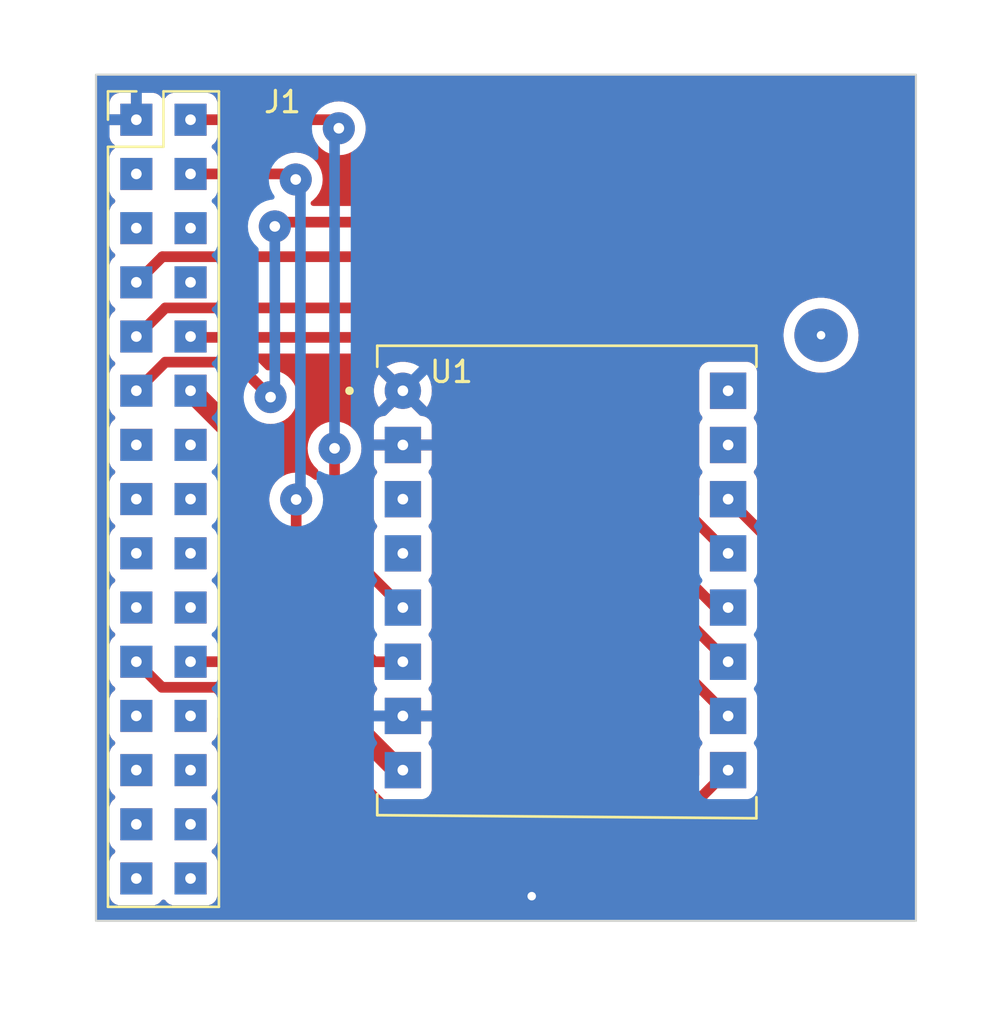
<source format=kicad_pcb>
(kicad_pcb (version 20221018) (generator pcbnew)
  (layers (0 "F.Cu" signal) (31 "B.Cu" signal) (34 "B.Paste" user) (35 "F.Paste" user) (36 "B.SilkS" user "B.Silkscreen") (37 "F.SilkS" user "F.Silkscreen") (38 "B.Mask" user) (39 "F.Mask" user) (44 "Edge.Cuts" user))
  (net 0 "")
  (net 1 "GND")
  (net 13 "SCK")
  (net 14 "BUSY")
  (net 15 "+3.3V")
  (net 17 "MOSI")
  (net 20 "RESET")
  (net 21 "CS")
  (net 27 "DIO2")
  (net 28 "DIO1")
  (net 29 "MISO")
  (footprint "LoRa_interface:XCVR_CORE1262-868M_TRAVERSANT" (layer "F.Cu") (at 105.06 83.703749)
    (fp_text reference "U1" (at -5.405 -9.779) (layer "F.SilkS"))
    (fp_text value "CORE1262-868M")
    (fp_line (start -8.88 -11) (end -8.88 -10.015) (stroke (width 0.127)) (layer "F.SilkS"))
    (fp_line (start -8.88 -11) (end 8.89 -11) (stroke (width 0.127)) (layer "F.SilkS"))
    (fp_line (start -8.88 11) (end -8.88 10.015) (stroke (width 0.127)) (layer "F.SilkS"))
    (fp_line (start -8.88 11) (end 8.89 11.145) (stroke (width 0.127)) (layer "F.SilkS"))
    (fp_line (start 8.89 -11) (end 8.89 -10.015) (stroke (width 0.127)) (layer "F.SilkS"))
    (fp_line (start 8.89 11.145) (end 8.89 10.16) (stroke (width 0.127)) (layer "F.SilkS"))
    (fp_circle (center -10.18 -8.89) (end -10.08 -8.89) (stroke (width 0.2)) (fill none) (layer "F.SilkS"))
    (pad "1" thru_hole circle (at -7.68 -8.89) (size 1.7 1.7) (drill 0.5) (layers "*.Cu" "*.Mask") (net 1 "GND"))
    (pad "2" thru_hole rect (at -7.68 -6.35) (size 1.7 1.7) (drill 0.5) (layers "*.Cu" "*.Mask") (net 1 "GND"))
    (pad "3" thru_hole rect (at -7.68 -3.81) (size 1.7 1.7) (drill 0.5) (layers "*.Cu" "*.Mask"))
    (pad "4" thru_hole rect (at -7.68 -1.27) (size 1.7 1.7) (drill 0.5) (layers "*.Cu" "*.Mask"))
    (pad "5" thru_hole rect (at -7.68 1.27) (size 1.7 1.7) (drill 0.5) (layers "*.Cu" "*.Mask") (net 27 "DIO2"))
    (pad "6" thru_hole rect (at -7.68 3.81) (size 1.7 1.7) (drill 0.5) (layers "*.Cu" "*.Mask") (net 28 "DIO1"))
    (pad "7" thru_hole rect (at -7.68 6.35) (size 1.7 1.7) (drill 0.5) (layers "*.Cu" "*.Mask") (net 1 "GND"))
    (pad "8" thru_hole rect (at -7.68 8.89) (size 1.7 1.7) (drill 0.5) (layers "*.Cu" "*.Mask") (net 15 "+3.3V"))
    (pad "9" thru_hole rect (at 7.565 8.89) (size 1.7 1.7) (drill 0.5) (layers "*.Cu" "*.Mask") (net 14 "BUSY"))
    (pad "10" thru_hole rect (at 7.565 6.35) (size 1.7 1.7) (drill 0.5) (layers "*.Cu" "*.Mask") (net 20 "RESET"))
    (pad "11" thru_hole rect (at 7.565 3.81) (size 1.7 1.7) (drill 0.5) (layers "*.Cu" "*.Mask") (net 29 "MISO"))
    (pad "12" thru_hole rect (at 7.565 1.27) (size 1.7 1.7) (drill 0.5) (layers "*.Cu" "*.Mask") (net 17 "MOSI"))
    (pad "13" thru_hole rect (at 7.565 -1.27) (size 1.7 1.7) (drill 0.5) (layers "*.Cu" "*.Mask") (net 13 "SCK"))
    (pad "14" thru_hole rect (at 7.565 -3.81) (size 1.7 1.7) (drill 0.5) (layers "*.Cu" "*.Mask") (net 21 "CS"))
    (pad "15" thru_hole rect (at 7.565 -6.35) (size 1.7 1.7) (drill 0.5) (layers "*.Cu" "*.Mask"))
    (pad "16" thru_hole rect (at 7.565 -8.89) (size 1.7 1.7) (drill 0.5) (layers "*.Cu" "*.Mask"))
  )
  (footprint "LoRa_interface:PinHeaderM5Stack_2x15_P2.54mm_Vertical" (layer "F.Cu") (at 84.89 62.111)
    (fp_text reference "J1" (at 6.85 -0.83) (layer "F.SilkS"))
    (fp_text value "Conn_02x15_M5Stack_Core2")
    (fp_line (start -1.33 -1.33) (end 0 -1.33) (stroke (width 0.12)) (layer "F.SilkS"))
    (fp_line (start -1.33 0) (end -1.33 -1.33) (stroke (width 0.12)) (layer "F.SilkS"))
    (fp_line (start -1.33 1.27) (end -1.33 36.89) (stroke (width 0.12)) (layer "F.SilkS"))
    (fp_line (start -1.33 1.27) (end 1.27 1.27) (stroke (width 0.12)) (layer "F.SilkS"))
    (fp_line (start -1.33 36.89) (end 3.87 36.89) (stroke (width 0.12)) (layer "F.SilkS"))
    (fp_line (start 1.27 -1.33) (end 3.87 -1.33) (stroke (width 0.12)) (layer "F.SilkS"))
    (fp_line (start 1.27 1.27) (end 1.27 -1.33) (stroke (width 0.12)) (layer "F.SilkS"))
    (fp_line (start 3.87 -1.33) (end 3.87 36.89) (stroke (width 0.12)) (layer "F.SilkS"))
    (pad "1" thru_hole rect (at 0 0) (size 1.5 1.5) (drill 0.5) (layers "*.Cu" "*.Mask") (net 1 "GND"))
    (pad "2" thru_hole rect (at 0 2.54) (size 1.5 1.5) (drill 0.5) (layers "*.Cu" "*.Mask"))
    (pad "3" thru_hole rect (at 0 5.08) (size 1.5 1.5) (drill 0.5) (layers "*.Cu" "*.Mask"))
    (pad "4" thru_hole rect (at 2.54 17.78) (size 1.5 1.5) (drill 0.5) (layers "*.Cu" "*.Mask"))
    (pad "5" thru_hole rect (at 2.54 22.86) (size 1.5 1.5) (drill 0.5) (layers "*.Cu" "*.Mask"))
    (pad "7" thru_hole rect (at 0 15.24) (size 1.5 1.5) (drill 0.5) (layers "*.Cu" "*.Mask"))
    (pad "8" thru_hole rect (at 0 17.78) (size 1.5 1.5) (drill 0.5) (layers "*.Cu" "*.Mask"))
    (pad "9" thru_hole rect (at 0 20.32) (size 1.5 1.5) (drill 0.5) (layers "*.Cu" "*.Mask"))
    (pad "10" thru_hole rect (at 0 22.86) (size 1.5 1.5) (drill 0.5) (layers "*.Cu" "*.Mask"))
    (pad "11" thru_hole rect (at 2.54 27.94) (size 1.5 1.5) (drill 0.5) (layers "*.Cu" "*.Mask"))
    (pad "12" thru_hole rect (at 0 27.94) (size 1.5 1.5) (drill 0.5) (layers "*.Cu" "*.Mask"))
    (pad "13" thru_hole rect (at 0 30.48) (size 1.5 1.5) (drill 0.5) (layers "*.Cu" "*.Mask"))
    (pad "14" thru_hole rect (at 0 33.02) (size 1.5 1.5) (drill 0.5) (layers "*.Cu" "*.Mask"))
    (pad "15" thru_hole rect (at 0 35.56) (size 1.5 1.5) (drill 0.5) (layers "*.Cu" "*.Mask"))
    (pad "18" thru_hole rect (at 0 12.7) (size 1.5 1.5) (drill 0.5) (layers "*.Cu" "*.Mask") (net 13 "SCK"))
    (pad "19" thru_hole rect (at 2.54 25.4) (size 1.5 1.5) (drill 0.5) (layers "*.Cu" "*.Mask") (net 14 "BUSY"))
    (pad "21" thru_hole rect (at 2.54 12.7) (size 1.5 1.5) (drill 0.5) (layers "*.Cu" "*.Mask") (net 15 "+3.3V"))
    (pad "22" thru_hole rect (at 2.54 15.24) (size 1.5 1.5) (drill 0.5) (layers "*.Cu" "*.Mask"))
    (pad "23" thru_hole rect (at 0 7.62) (size 1.5 1.5) (drill 0.5) (layers "*.Cu" "*.Mask") (net 17 "MOSI"))
    (pad "24" thru_hole rect (at 2.54 20.32) (size 1.5 1.5) (drill 0.5) (layers "*.Cu" "*.Mask"))
    (pad "25" thru_hole rect (at 2.54 7.62) (size 1.5 1.5) (drill 0.5) (layers "*.Cu" "*.Mask"))
    (pad "26" thru_hole rect (at 2.54 10.16) (size 1.5 1.5) (drill 0.5) (layers "*.Cu" "*.Mask") (net 20 "RESET"))
    (pad "27" thru_hole rect (at 0 25.4) (size 1.5 1.5) (drill 0.5) (layers "*.Cu" "*.Mask") (net 21 "CS"))
    (pad "28" thru_hole rect (at 2.54 30.48) (size 1.5 1.5) (drill 0.5) (layers "*.Cu" "*.Mask"))
    (pad "29" thru_hole rect (at 2.54 33.02) (size 1.5 1.5) (drill 0.5) (layers "*.Cu" "*.Mask"))
    (pad "30" thru_hole rect (at 2.54 35.56) (size 1.5 1.5) (drill 0.5) (layers "*.Cu" "*.Mask"))
    (pad "35" thru_hole rect (at 2.54 0) (size 1.5 1.5) (drill 0.5) (layers "*.Cu" "*.Mask") (net 27 "DIO2"))
    (pad "36" thru_hole rect (at 2.54 2.54) (size 1.5 1.5) (drill 0.5) (layers "*.Cu" "*.Mask") (net 28 "DIO1"))
    (pad "37" thru_hole rect (at 2.54 5.08) (size 1.5 1.5) (drill 0.5) (layers "*.Cu" "*.Mask"))
    (pad "38" thru_hole rect (at 0 10.16) (size 1.5 1.5) (drill 0.5) (layers "*.Cu" "*.Mask") (net 29 "MISO"))
  )
  (gr_rect (start 83 60) (end 121.427 99.656) (stroke (width 0.1)) (fill none) (layer "Edge.Cuts"))
  (via (at 116.98 72.211) (size 2.5) (drill 0.4) (layers "F.Cu" "B.Cu") (net 0))
  (via (at 103.42 98.5) (size 0.8) (drill 0.4) (layers "F.Cu" "B.Cu") (net 1))
  (segment (start 91.58 66.911) (end 91.38 67.111) (width 0.5) (layer "F.Cu") (net 13))
  (segment (start 112.625 82.433749) (end 97.102251 66.911) (width 0.5) (layer "F.Cu") (net 13))
  (segment (start 86.251 73.471) (end 89.54 73.471) (width 0.5) (layer "F.Cu") (net 13))
  (segment (start 84.911 74.811) (end 86.251 73.471) (width 0.5) (layer "F.Cu") (net 13))
  (segment (start 97.102251 66.911) (end 91.58 66.911) (width 0.5) (layer "F.Cu") (net 13))
  (segment (start 89.54 73.471) (end 91.18 75.111) (width 0.5) (layer "F.Cu") (net 13))
  (via (at 91.18 75.111) (size 1.5) (drill 0.5) (layers "F.Cu" "B.Cu") (net 13))
  (via (at 91.38 67.111) (size 1.5) (drill 0.5) (layers "F.Cu" "B.Cu") (net 13))
  (segment (start 91.18 75.111) (end 91.38 74.911) (width 0.5) (layer "B.Cu") (net 13))
  (segment (start 91.38 74.911) (end 91.38 67.111) (width 0.5) (layer "B.Cu") (net 13))
  (segment (start 112.625 92.593749) (end 110.218749 95) (width 0.5) (layer "F.Cu") (net 14))
  (segment (start 110.218749 95) (end 97.186251 95) (width 0.5) (layer "F.Cu") (net 14))
  (segment (start 89.697251 87.511) (end 87.43 87.511) (width 0.5) (layer "F.Cu") (net 14))
  (segment (start 97.186251 95) (end 89.697251 87.511) (width 0.5) (layer "F.Cu") (net 14))
  (segment (start 97.163798 92.593749) (end 92.26 87.689951) (width 1) (layer "F.Cu") (net 15))
  (segment (start 92.78 88.311) (end 89.7 85.231) (width 1) (layer "F.Cu") (net 15))
  (segment (start 97.38 92.593749) (end 97.163798 92.593749) (width 1) (layer "F.Cu") (net 15))
  (segment (start 89.7 85.231) (end 89.7 77.06) (width 1) (layer "F.Cu") (net 15))
  (segment (start 89.7 77.06) (end 87.451 74.811) (width 1) (layer "F.Cu") (net 15))
  (segment (start 86.111 68.531) (end 84.911 69.731) (width 0.5) (layer "F.Cu") (net 17))
  (segment (start 96.2 68.531) (end 86.111 68.531) (width 0.5) (layer "F.Cu") (net 17))
  (segment (start 112.042749 84.973749) (end 109.78 82.711) (width 0.5) (layer "F.Cu") (net 17))
  (segment (start 112.625 84.973749) (end 112.042749 84.973749) (width 0.5) (layer "F.Cu") (net 17))
  (segment (start 97.192749 68.523749) (end 96.175 68.523749) (width 0.5) (layer "F.Cu") (net 17))
  (segment (start 109.78 82.711) (end 109.78 81.111) (width 0.5) (layer "F.Cu") (net 17))
  (segment (start 109.78 81.111) (end 97.192749 68.523749) (width 0.5) (layer "F.Cu") (net 17))
  (segment (start 107.38 81.711) (end 97.98 72.311) (width 0.5) (layer "F.Cu") (net 20))
  (segment (start 107.38 84.808749) (end 107.38 81.711) (width 0.5) (layer "F.Cu") (net 20))
  (segment (start 97.98 72.311) (end 87.491 72.311) (width 0.5) (layer "F.Cu") (net 20))
  (segment (start 87.491 72.311) (end 87.451 72.271) (width 0.5) (layer "F.Cu") (net 20))
  (segment (start 112.625 90.053749) (end 107.38 84.808749) (width 0.5) (layer "F.Cu") (net 20))
  (segment (start 96.209 96.29) (end 88.63 88.711) (width 0.5) (layer "F.Cu") (net 21))
  (segment (start 112.273749 96.29) (end 96.209 96.29) (width 0.5) (layer "F.Cu") (net 21))
  (segment (start 115.42 93.143749) (end 112.273749 96.29) (width 0.5) (layer "F.Cu") (net 21))
  (segment (start 115.42 82.688749) (end 115.42 93.143749) (width 0.5) (layer "F.Cu") (net 21))
  (segment (start 112.625 79.893749) (end 115.42 82.688749) (width 0.5) (layer "F.Cu") (net 21))
  (segment (start 84.911 87.651) (end 84.911 87.511) (width 0.5) (layer "F.Cu") (net 21))
  (segment (start 88.63 88.711) (end 86.09 88.711) (width 0.5) (layer "F.Cu") (net 21))
  (segment (start 86.09 88.711) (end 84.89 87.511) (width 0.5) (layer "F.Cu") (net 21))
  (segment (start 93.98 62.111) (end 94.38 62.511) (width 0.5) (layer "F.Cu") (net 27))
  (segment (start 94.18 81.773749) (end 94.18 77.511) (width 0.5) (layer "F.Cu") (net 27))
  (segment (start 97.38 84.973749) (end 94.18 81.773749) (width 0.5) (layer "F.Cu") (net 27))
  (segment (start 87.451 62.111) (end 93.98 62.111) (width 0.5) (layer "F.Cu") (net 27))
  (via (at 94.38 62.511) (size 1.5) (drill 0.5) (layers "F.Cu" "B.Cu") (net 27))
  (via (at 94.18 77.511) (size 1.5) (drill 0.5) (layers "F.Cu" "B.Cu") (net 27))
  (segment (start 94.38 62.511) (end 94.18 62.711) (width 0.5) (layer "B.Cu") (net 27))
  (segment (start 94.18 62.711) (end 94.18 77.511) (width 0.5) (layer "B.Cu") (net 27))
  (segment (start 87.451 64.651) (end 92.1 64.651) (width 0.5) (layer "F.Cu") (net 28))
  (segment (start 92.1 64.651) (end 92.36 64.911) (width 0.5) (layer "F.Cu") (net 28))
  (segment (start 96.03 87.513749) (end 92.38 83.863749) (width 0.5) (layer "F.Cu") (net 28))
  (segment (start 92.38 83.863749) (end 92.38 79.911) (width 0.5) (layer "F.Cu") (net 28))
  (segment (start 97.38 87.513749) (end 96.03 87.513749) (width 0.5) (layer "F.Cu") (net 28))
  (via (at 92.38 79.911) (size 1.5) (drill 0.5) (layers "F.Cu" "B.Cu") (net 28))
  (via (at 92.36 64.911) (size 1.5) (drill 0.5) (layers "F.Cu" "B.Cu") (net 28))
  (segment (start 92.38 79.911) (end 92.579501 79.711499) (width 0.5) (layer "B.Cu") (net 28))
  (segment (start 92.579501 79.711499) (end 92.579501 65.130501) (width 0.5) (layer "B.Cu") (net 28))
  (segment (start 92.579501 65.130501) (end 92.36 64.911) (width 0.5) (layer "B.Cu") (net 28))
  (segment (start 108.58 81.311) (end 98.2 70.931) (width 0.5) (layer "F.Cu") (net 29))
  (segment (start 86.251 70.931) (end 84.911 72.271) (width 0.5) (layer "F.Cu") (net 29))
  (segment (start 108.58 83.468748) (end 108.58 81.311) (width 0.5) (layer "F.Cu") (net 29))
  (segment (start 112.625 87.513749) (end 108.58 83.468748) (width 0.5) (layer "F.Cu") (net 29))
  (segment (start 98.2 70.931) (end 86.251 70.931) (width 0.5) (layer "F.Cu") (net 29))
  (zone (net 1) (net_name "GND") (layers "F&B.Cu") (connect_pads (clearance 0.508)) (min_thickness 0.254) (fill yes (thermal_gap 0.508) (thermal_bridge_width 0.508))
    (polygon (pts (xy 125.42 104.5) (xy 78.5 104.5) (xy 78.5 56.5) (xy 125.42 56.5)))
  )
)
</source>
